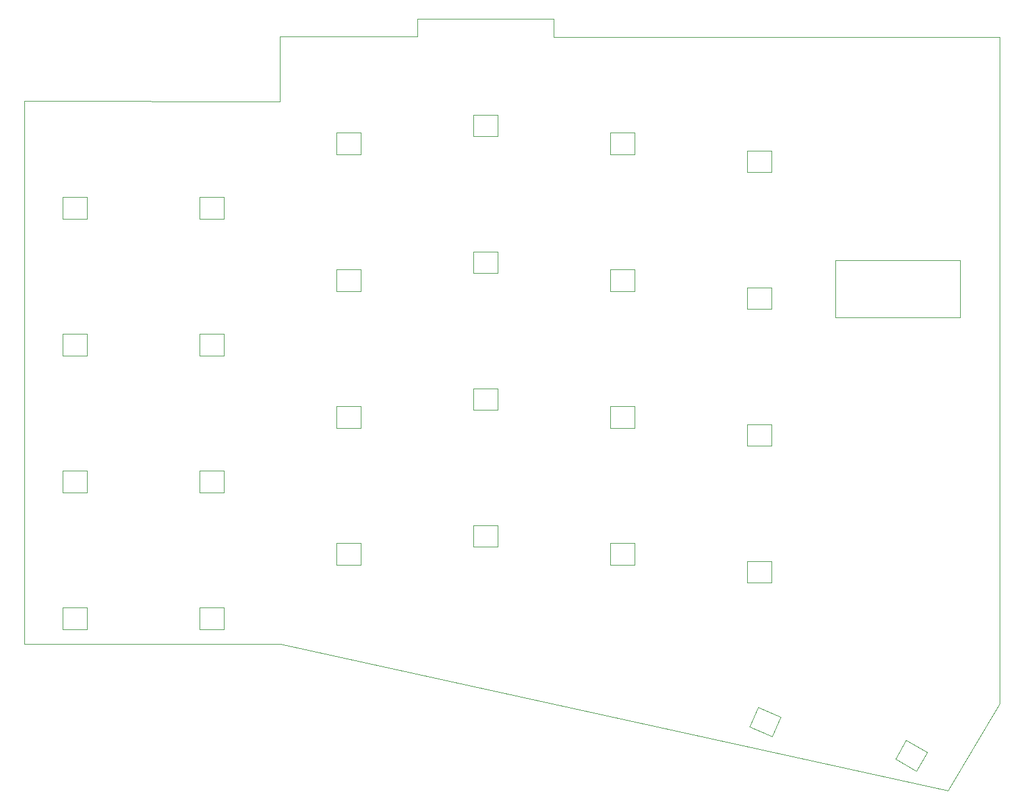
<source format=gbr>
%TF.GenerationSoftware,KiCad,Pcbnew,8.0.8-8.0.8-0~ubuntu22.04.1*%
%TF.CreationDate,2025-02-03T17:59:22-06:00*%
%TF.ProjectId,kbd,6b62642e-6b69-4636-9164-5f7063625858,rev?*%
%TF.SameCoordinates,Original*%
%TF.FileFunction,Profile,NP*%
%FSLAX46Y46*%
G04 Gerber Fmt 4.6, Leading zero omitted, Abs format (unit mm)*
G04 Created by KiCad (PCBNEW 8.0.8-8.0.8-0~ubuntu22.04.1) date 2025-02-03 17:59:22*
%MOMM*%
%LPD*%
G01*
G04 APERTURE LIST*
%TA.AperFunction,Profile*%
%ADD10C,0.050000*%
%TD*%
G04 APERTURE END LIST*
D10*
X126600000Y-41500000D02*
X165900000Y-41500000D01*
X188700000Y-41500000D01*
X188700000Y-134300000D01*
X181500000Y-146400000D01*
X88600000Y-126000000D01*
X53000000Y-126000000D01*
X53000000Y-50400000D01*
X88500000Y-50500000D01*
X88500000Y-41400000D01*
X107700000Y-41400000D01*
X107700000Y-39000000D01*
X126600000Y-39000000D01*
X126600000Y-41500000D01*
X165800000Y-72550000D02*
X183200000Y-72550000D01*
X183200000Y-80550000D01*
X165800000Y-80550000D01*
X165800000Y-72550000D01*
%TO.C,LED35*%
X153550000Y-114450000D02*
X156950000Y-114450000D01*
X156950000Y-117450000D01*
X153550000Y-117450000D01*
X153550000Y-114450000D01*
%TO.C,LED01*%
X80750000Y-66800000D02*
X77350000Y-66800000D01*
X77350000Y-63800000D01*
X80750000Y-63800000D01*
X80750000Y-66800000D01*
%TO.C,LED04*%
X137900000Y-57800000D02*
X134500000Y-57800000D01*
X134500000Y-54800000D01*
X137900000Y-54800000D01*
X137900000Y-57800000D01*
%TO.C,LED30*%
X58300000Y-120950000D02*
X61700000Y-120950000D01*
X61700000Y-123950000D01*
X58300000Y-123950000D01*
X58300000Y-120950000D01*
%TO.C,LED20*%
X61700000Y-104899999D02*
X58300000Y-104899999D01*
X58300000Y-101899999D01*
X61700000Y-101899999D01*
X61700000Y-104899999D01*
%TO.C,LED13*%
X115450000Y-71350000D02*
X118850000Y-71350000D01*
X118850000Y-74350000D01*
X115450000Y-74350000D01*
X115450000Y-71350000D01*
%TO.C,LED32*%
X96400000Y-111950000D02*
X99800000Y-111950000D01*
X99800000Y-114950000D01*
X96400000Y-114950000D01*
X96400000Y-111950000D01*
%TO.C,LED21*%
X80750000Y-104899999D02*
X77350000Y-104899999D01*
X77350000Y-101899999D01*
X80750000Y-101899999D01*
X80750000Y-104899999D01*
%TO.C,LED37*%
X178622243Y-141100962D02*
X177122243Y-143699038D01*
X174177757Y-141999038D01*
X175677757Y-139400962D01*
X178622243Y-141100962D01*
%TO.C,LED23*%
X118850000Y-93399999D02*
X115450000Y-93399999D01*
X115450000Y-90399999D01*
X118850000Y-90399999D01*
X118850000Y-93399999D01*
%TO.C,LED31*%
X77350000Y-120950000D02*
X80750000Y-120950000D01*
X80750000Y-123950000D01*
X77350000Y-123950000D01*
X77350000Y-120950000D01*
%TO.C,LED24*%
X137900000Y-95899999D02*
X134500000Y-95899999D01*
X134500000Y-92899999D01*
X137900000Y-92899999D01*
X137900000Y-95899999D01*
%TO.C,LED25*%
X156950000Y-98399999D02*
X153550000Y-98399999D01*
X153550000Y-95399999D01*
X156950000Y-95399999D01*
X156950000Y-98399999D01*
%TO.C,LED03*%
X118850000Y-55300000D02*
X115450000Y-55300000D01*
X115450000Y-52300000D01*
X118850000Y-52300000D01*
X118850000Y-55300000D01*
%TO.C,LED33*%
X115450000Y-109450000D02*
X118850000Y-109450000D01*
X118850000Y-112450000D01*
X115450000Y-112450000D01*
X115450000Y-109450000D01*
%TO.C,LED36*%
X158220955Y-136121232D02*
X157048762Y-138882746D01*
X153919045Y-137554260D01*
X155091238Y-134792746D01*
X158220955Y-136121232D01*
%TO.C,LED14*%
X134500000Y-73850000D02*
X137900000Y-73850000D01*
X137900000Y-76850000D01*
X134500000Y-76850000D01*
X134500000Y-73850000D01*
%TO.C,LED22*%
X99800000Y-95899999D02*
X96400000Y-95899999D01*
X96400000Y-92899999D01*
X99800000Y-92899999D01*
X99800000Y-95899999D01*
%TO.C,LED10*%
X58300000Y-82850000D02*
X61700000Y-82850000D01*
X61700000Y-85850000D01*
X58300000Y-85850000D01*
X58300000Y-82850000D01*
%TO.C,LED12*%
X96400000Y-73850000D02*
X99800000Y-73850000D01*
X99800000Y-76850000D01*
X96400000Y-76850000D01*
X96400000Y-73850000D01*
%TO.C,LED02*%
X99800000Y-57800000D02*
X96400000Y-57800000D01*
X96400000Y-54800000D01*
X99800000Y-54800000D01*
X99800000Y-57800000D01*
%TO.C,LED34*%
X134500000Y-111950000D02*
X137900000Y-111950000D01*
X137900000Y-114950000D01*
X134500000Y-114950000D01*
X134500000Y-111950000D01*
%TO.C,LED00*%
X61700000Y-66800000D02*
X58300000Y-66800000D01*
X58300000Y-63800000D01*
X61700000Y-63800000D01*
X61700000Y-66800000D01*
%TO.C,LED15*%
X153550000Y-76350000D02*
X156950000Y-76350000D01*
X156950000Y-79350000D01*
X153550000Y-79350000D01*
X153550000Y-76350000D01*
%TO.C,LED11*%
X77350000Y-82850000D02*
X80750000Y-82850000D01*
X80750000Y-85850000D01*
X77350000Y-85850000D01*
X77350000Y-82850000D01*
%TO.C,LED05*%
X156950000Y-60300000D02*
X153550000Y-60300000D01*
X153550000Y-57300000D01*
X156950000Y-57300000D01*
X156950000Y-60300000D01*
%TD*%
M02*

</source>
